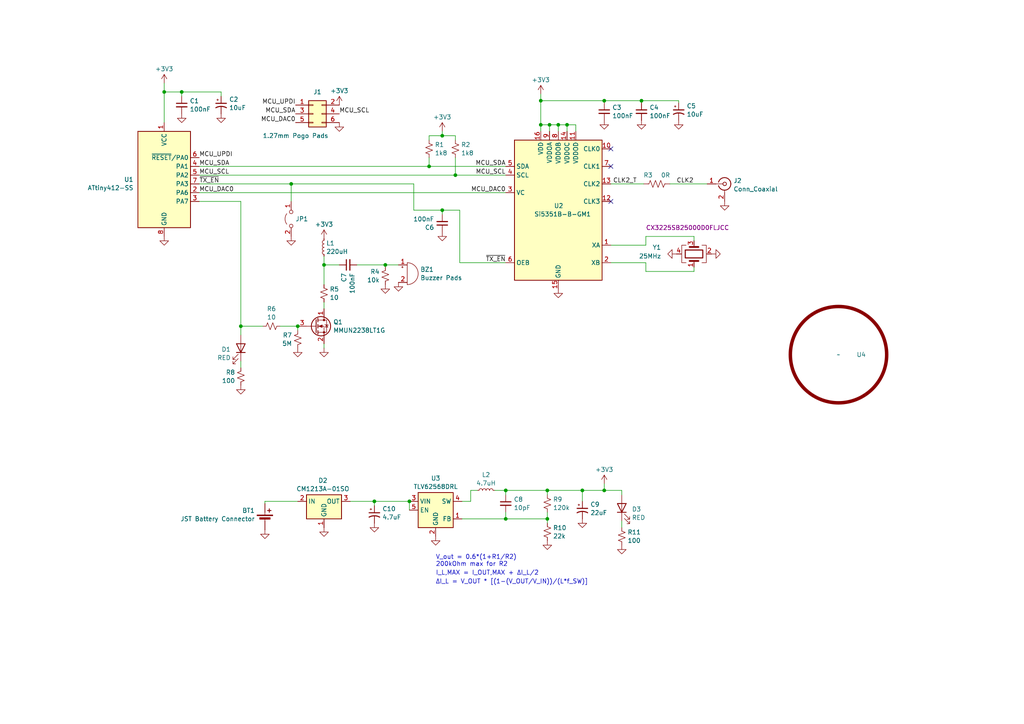
<source format=kicad_sch>
(kicad_sch (version 20231120) (generator "eeschema") (generator_version "8.0")
  (paper "A4")
  (lib_symbols
    (symbol "Connector:Conn_Coaxial" (pin_names (offset 1.016) hide)
      (property "Reference" "J" (at 0.254 3.048 0))
      (property "Value" "Conn_Coaxial" (at 2.921 0 90))
      (symbol "Conn_Coaxial_0_1"
        (arc (start -1.778 -0.508) (mid 0.2311 -1.8066) (end 1.778 0) (stroke (width 0.254)))
        (polyline (pts (xy -2.54 0) (xy -0.508 0)))
        (polyline (pts (xy 0 -2.54) (xy 0 -1.778)))
        (circle (center 0 0) (radius 0.508) (stroke (width 0.2032)))
        (arc (start 1.778 0) (mid 0.2099 1.8101) (end -1.778 0.508) (stroke (width 0.254)))
      )
      (symbol "Conn_Coaxial_1_1"
        (pin passive line (at -5.08 0 0) (length 2.54) (name "In") (number "1"))
        (pin passive line (at 0 -5.08 90) (length 2.54) (name "Ext") (number "2"))
      )
    )
    (symbol "Connector_Generic:Conn_02x03_Odd_Even" (pin_names (offset 1.016) hide)
      (property "Reference" "J" (at 1.27 5.08 0))
      (property "Value" "Conn_02x03_Odd_Even" (at 1.27 -5.08 0))
      (symbol "Conn_02x03_Odd_Even_1_1"
        (rectangle (start -1.27 -2.413) (end 0 -2.667) (stroke (width 0.1524)))
        (rectangle (start -1.27 0.127) (end 0 -0.127) (stroke (width 0.1524)))
        (rectangle (start -1.27 2.667) (end 0 2.413) (stroke (width 0.1524)))
        (rectangle (start -1.27 3.81) (end 3.81 -3.81) (stroke (width 0.254)) (fill (type background)))
        (rectangle (start 3.81 -2.413) (end 2.54 -2.667) (stroke (width 0.1524)))
        (rectangle (start 3.81 0.127) (end 2.54 -0.127) (stroke (width 0.1524)))
        (rectangle (start 3.81 2.667) (end 2.54 2.413) (stroke (width 0.1524)))
        (pin passive line (at -5.08 2.54 0) (length 3.81) (name "Pin_1") (number "1"))
        (pin passive line (at 7.62 2.54 180) (length 3.81) (name "Pin_2") (number "2"))
        (pin passive line (at -5.08 0 0) (length 3.81) (name "Pin_3") (number "3"))
        (pin passive line (at 7.62 0 180) (length 3.81) (name "Pin_4") (number "4"))
        (pin passive line (at -5.08 -2.54 0) (length 3.81) (name "Pin_5") (number "5"))
        (pin passive line (at 7.62 -2.54 180) (length 3.81) (name "Pin_6") (number "6"))
      )
    )
    (symbol "Device:Battery_Cell" (pin_numbers hide) (pin_names (offset 0) hide)
      (property "Reference" "BT" (at 2.54 2.54 0))
      (property "Value" "Battery_Cell" (at 2.54 0 0))
      (symbol "Battery_Cell_0_1"
        (rectangle (start -2.286 1.778) (end 2.286 1.524) (fill (type outline)))
        (rectangle (start -1.524 1.016) (end 1.524 0.508) (fill (type outline)))
        (polyline (pts (xy 0 0.762) (xy 0 0)))
        (polyline (pts (xy 0 1.778) (xy 0 2.54)))
        (polyline (pts (xy 0.762 3.048) (xy 1.778 3.048)) (stroke (width 0.254)))
        (polyline (pts (xy 1.27 3.556) (xy 1.27 2.54)) (stroke (width 0.254)))
      )
      (symbol "Battery_Cell_1_1"
        (pin passive line (at 0 5.08 270) (length 2.54) (name "+") (number "1"))
        (pin passive line (at 0 -2.54 90) (length 2.54) (name "-") (number "2"))
      )
    )
    (symbol "Device:Buzzer" (pin_names (offset 0.0254) hide)
      (property "Reference" "BZ" (at 3.81 1.27 0))
      (property "Value" "Buzzer" (at 3.81 -1.27 0))
      (symbol "Buzzer_0_1"
        (arc (start 0 -3.175) (mid 3.1612 0) (end 0 3.175))
        (polyline (pts (xy -1.651 1.905) (xy -1.143 1.905)))
        (polyline (pts (xy -1.397 2.159) (xy -1.397 1.651)))
        (polyline (pts (xy 0 3.175) (xy 0 -3.175)))
      )
      (symbol "Buzzer_1_1"
        (pin passive line (at -2.54 2.54 0) (length 2.54) (name "+") (number "1"))
        (pin passive line (at -2.54 -2.54 0) (length 2.54) (name "-") (number "2"))
      )
    )
    (symbol "Device:C_Polarized_Small_US" (pin_numbers hide) (pin_names (offset 0.254) hide)
      (property "Reference" "C" (at 0.254 1.778 0))
      (property "Value" "C_Polarized_Small_US" (at 0.254 -2.032 0))
      (symbol "C_Polarized_Small_US_0_1"
        (polyline (pts (xy -1.524 0.508) (xy 1.524 0.508)) (stroke (width 0.3048)))
        (polyline (pts (xy -1.27 1.524) (xy -0.762 1.524)))
        (polyline (pts (xy -1.016 1.27) (xy -1.016 1.778)))
        (arc (start 1.524 -0.762) (mid 0 -0.3734) (end -1.524 -0.762) (stroke (width 0.3048)))
      )
      (symbol "C_Polarized_Small_US_1_1"
        (pin passive line (at 0 2.54 270) (length 2.032) (name "~") (number "1"))
        (pin passive line (at 0 -2.54 90) (length 2.032) (name "~") (number "2"))
      )
    )
    (symbol "Device:C_Small" (pin_numbers hide) (pin_names (offset 0.254) hide)
      (property "Reference" "C" (at 0.254 1.778 0))
      (property "Value" "C_Small" (at 0.254 -2.032 0))
      (symbol "C_Small_0_1"
        (polyline (pts (xy -1.524 -0.508) (xy 1.524 -0.508)) (stroke (width 0.3302)))
        (polyline (pts (xy -1.524 0.508) (xy 1.524 0.508)) (stroke (width 0.3048)))
      )
      (symbol "C_Small_1_1"
        (pin passive line (at 0 2.54 270) (length 2.032) (name "~") (number "1"))
        (pin passive line (at 0 -2.54 90) (length 2.032) (name "~") (number "2"))
      )
    )
    (symbol "Device:Crystal_GND24" (pin_names (offset 1.016) hide)
      (property "Reference" "Y" (at 3.175 5.08 0))
      (property "Value" "Crystal_GND24" (at 3.175 3.175 0))
      (symbol "Crystal_GND24_0_1"
        (rectangle (start -1.143 2.54) (end 1.143 -2.54) (stroke (width 0.3048)))
        (polyline (pts (xy -2.54 0) (xy -2.032 0)))
        (polyline (pts (xy -2.032 -1.27) (xy -2.032 1.27)) (stroke (width 0.508)))
        (polyline (pts (xy 0 -3.81) (xy 0 -3.556)))
        (polyline (pts (xy 0 3.556) (xy 0 3.81)))
        (polyline (pts (xy 2.032 -1.27) (xy 2.032 1.27)) (stroke (width 0.508)))
        (polyline (pts (xy 2.032 0) (xy 2.54 0)))
        (polyline (pts (xy -2.54 -2.286) (xy -2.54 -3.556) (xy 2.54 -3.556) (xy 2.54 -2.286)))
        (polyline (pts (xy -2.54 2.286) (xy -2.54 3.556) (xy 2.54 3.556) (xy 2.54 2.286)))
      )
      (symbol "Crystal_GND24_1_1"
        (pin passive line (at -3.81 0 0) (length 1.27) (name "1") (number "1"))
        (pin passive line (at 0 5.08 270) (length 1.27) (name "2") (number "2"))
        (pin passive line (at 3.81 0 180) (length 1.27) (name "3") (number "3"))
        (pin passive line (at 0 -5.08 90) (length 1.27) (name "4") (number "4"))
      )
    )
    (symbol "Device:LED" (pin_numbers hide) (pin_names (offset 1.016) hide)
      (property "Reference" "D" (at 0 2.54 0))
      (property "Value" "LED" (at 0 -2.54 0))
      (symbol "LED_0_1"
        (polyline (pts (xy -1.27 -1.27) (xy -1.27 1.27)) (stroke (width 0.254)))
        (polyline (pts (xy -1.27 0) (xy 1.27 0)))
        (polyline (pts (xy 1.27 -1.27) (xy 1.27 1.27) (xy -1.27 0) (xy 1.27 -1.27)) (stroke (width 0.254)))
        (polyline (pts (xy -3.048 -0.762) (xy -4.572 -2.286) (xy -3.81 -2.286) (xy -4.572 -2.286) (xy -4.572 -1.524)))
        (polyline (pts (xy -1.778 -0.762) (xy -3.302 -2.286) (xy -2.54 -2.286) (xy -3.302 -2.286) (xy -3.302 -1.524)))
      )
      (symbol "LED_1_1"
        (pin passive line (at -3.81 0 0) (length 2.54) (name "K") (number "1"))
        (pin passive line (at 3.81 0 180) (length 2.54) (name "A") (number "2"))
      )
    )
    (symbol "Device:L_Small" (pin_numbers hide) (pin_names (offset 0.254) hide)
      (property "Reference" "L" (at 0.762 1.016 0))
      (property "Value" "L_Small" (at 0.762 -1.016 0))
      (symbol "L_Small_0_1"
        (arc (start 0 -2.032) (mid 0.5058 -1.524) (end 0 -1.016))
        (arc (start 0 -1.016) (mid 0.5058 -0.508) (end 0 0))
        (arc (start 0 0) (mid 0.5058 0.508) (end 0 1.016))
        (arc (start 0 1.016) (mid 0.5058 1.524) (end 0 2.032))
      )
      (symbol "L_Small_1_1"
        (pin passive line (at 0 2.54 270) (length 0.508) (name "~") (number "1"))
        (pin passive line (at 0 -2.54 90) (length 0.508) (name "~") (number "2"))
      )
    )
    (symbol "Device:Q_NMOS_DSG" (pin_names (offset 0) hide)
      (property "Reference" "Q" (at 5.08 1.27 0))
      (property "Value" "Q_NMOS_DSG" (at 5.08 -1.27 0))
      (symbol "Q_NMOS_DSG_0_1"
        (polyline (pts (xy 0.254 0) (xy -2.54 0)))
        (polyline (pts (xy 0.254 1.905) (xy 0.254 -1.905)) (stroke (width 0.254)))
        (polyline (pts (xy 0.762 -1.27) (xy 0.762 -2.286)) (stroke (width 0.254)))
        (polyline (pts (xy 0.762 0.508) (xy 0.762 -0.508)) (stroke (width 0.254)))
        (polyline (pts (xy 0.762 2.286) (xy 0.762 1.27)) (stroke (width 0.254)))
        (polyline (pts (xy 2.54 2.54) (xy 2.54 1.778)))
        (polyline (pts (xy 2.54 -2.54) (xy 2.54 0) (xy 0.762 0)))
        (polyline (pts (xy 0.762 -1.778) (xy 3.302 -1.778) (xy 3.302 1.778) (xy 0.762 1.778)))
        (polyline (pts (xy 1.016 0) (xy 2.032 0.381) (xy 2.032 -0.381) (xy 1.016 0)) (fill (type outline)))
        (polyline (pts (xy 2.794 0.508) (xy 2.921 0.381) (xy 3.683 0.381) (xy 3.81 0.254)))
        (polyline (pts (xy 3.302 0.381) (xy 2.921 -0.254) (xy 3.683 -0.254) (xy 3.302 0.381)))
        (circle (center 1.651 0) (radius 2.794) (stroke (width 0.254)))
        (circle (center 2.54 -1.778) (radius 0.254) (fill (type outline)))
        (circle (center 2.54 1.778) (radius 0.254) (fill (type outline)))
      )
      (symbol "Q_NMOS_DSG_1_1"
        (pin passive line (at 2.54 5.08 270) (length 2.54) (name "D") (number "1"))
        (pin passive line (at 2.54 -5.08 90) (length 2.54) (name "S") (number "2"))
        (pin input line (at -5.08 0 0) (length 2.54) (name "G") (number "3"))
      )
    )
    (symbol "Device:R_Small_US" (pin_numbers hide) (pin_names (offset 0.254) hide)
      (property "Reference" "R" (at 0.762 0.508 0))
      (property "Value" "R_Small_US" (at 0.762 -1.016 0))
      (symbol "R_Small_US_1_1"
        (polyline (pts (xy 0 0) (xy 1.016 -0.381) (xy 0 -0.762) (xy -1.016 -1.143) (xy 0 -1.524)))
        (polyline (pts (xy 0 1.524) (xy 1.016 1.143) (xy 0 0.762) (xy -1.016 0.381) (xy 0 0)))
        (pin passive line (at 0 2.54 270) (length 1.016) (name "~") (number "1"))
        (pin passive line (at 0 -2.54 90) (length 1.016) (name "~") (number "2"))
      )
    )
    (symbol "Device:R_US" (pin_numbers hide) (pin_names (offset 0))
      (property "Reference" "R" (at 2.54 0 90))
      (property "Value" "R_US" (at -2.54 0 90))
      (symbol "R_US_0_1"
        (polyline (pts (xy 0 -2.286) (xy 0 -2.54)))
        (polyline (pts (xy 0 2.286) (xy 0 2.54)))
        (polyline (pts (xy 0 -0.762) (xy 1.016 -1.143) (xy 0 -1.524) (xy -1.016 -1.905) (xy 0 -2.286)))
        (polyline (pts (xy 0 0.762) (xy 1.016 0.381) (xy 0 0) (xy -1.016 -0.381) (xy 0 -0.762)))
        (polyline (pts (xy 0 2.286) (xy 1.016 1.905) (xy 0 1.524) (xy -1.016 1.143) (xy 0 0.762)))
      )
      (symbol "R_US_1_1"
        (pin passive line (at 0 3.81 270) (length 1.27) (name "~") (number "1"))
        (pin passive line (at 0 -3.81 90) (length 1.27) (name "~") (number "2"))
      )
    )
    (symbol "Jumper:Jumper_2_Open" (pin_names (offset 0) hide)
      (property "Reference" "JP" (at 0 2.794 0))
      (property "Value" "Jumper_2_Open" (at 0 -2.286 0))
      (symbol "Jumper_2_Open_0_0"
        (circle (center -2.032 0) (radius 0.508))
        (circle (center 2.032 0) (radius 0.508))
      )
      (symbol "Jumper_2_Open_0_1"
        (arc (start 1.524 1.27) (mid 0 1.778) (end -1.524 1.27))
      )
      (symbol "Jumper_2_Open_1_1"
        (pin passive line (at -5.08 0 0) (length 2.54) (name "A") (number "1"))
        (pin passive line (at 5.08 0 180) (length 2.54) (name "B") (number "2"))
      )
    )
    (symbol "MCU_Microchip_ATtiny:ATtiny412-SS"
      (property "Reference" "U1" (at -13.462 -0.0579 0))
      (property "Value" "ATtiny412-SS" (at -13.462 -2.4821 0))
      (symbol "ATtiny412-SS_0_1"
        (rectangle (start -2.54 13.97) (end 12.7 -13.97) (stroke (width 0.254)) (fill (type background)))
      )
      (symbol "ATtiny412-SS_1_1"
        (pin power_in line (at 5.08 16.51 270) (length 2.54) (name "VCC") (number "1"))
        (pin bidirectional line (at 15.24 -3.81 180) (length 2.54) (name "PA6") (number "2"))
        (pin bidirectional line (at 15.24 -6.35 180) (length 2.54) (name "PA7") (number "3"))
        (pin bidirectional line (at 15.24 3.81 180) (length 2.54) (name "PA1") (number "4"))
        (pin bidirectional line (at 15.24 1.27 180) (length 2.54) (name "PA2") (number "5"))
        (pin bidirectional line (at 15.24 6.35 180) (length 2.54) (name "~{RESET}/PA0") (number "6"))
        (pin bidirectional line (at 15.24 -1.27 180) (length 2.54) (name "PA3") (number "7"))
        (pin power_in line (at 5.08 -16.51 90) (length 2.54) (name "GND") (number "8"))
      )
    )
    (symbol "Power_Protection:CM1213A-01SO"
      (property "Reference" "D3" (at -0.3175 6.0493 0))
      (property "Value" "CM1213A-01SO" (at -0.3175 3.6251 0))
      (symbol "CM1213A-01SO_0_1"
        (rectangle (start -5.08 1.905) (end 5.08 -5.08) (stroke (width 0.254)) (fill (type background)))
      )
      (symbol "CM1213A-01SO_1_1"
        (pin passive line (at 0 -7.62 90) (length 2.54) (name "GND") (number "1"))
        (pin passive line (at -7.62 0 0) (length 2.54) (name "IN") (number "2"))
        (pin passive line (at 7.62 0 180) (length 2.54) (name "OUT") (number "3"))
      )
    )
    (symbol "Regulator_Switching:TLV62568DRL"
      (property "Reference" "U3" (at 0 9.2243 0))
      (property "Value" "TLV62568DRL" (at 0 6.8001 0))
      (symbol "TLV62568DRL_0_1"
        (rectangle (start -5.08 5.08) (end 5.08 -5.08) (stroke (width 0.254)) (fill (type background)))
      )
      (symbol "TLV62568DRL_1_1"
        (pin input line (at 7.62 -2.54 180) (length 2.54) (name "FB") (number "1"))
        (pin power_in line (at 0 -7.62 90) (length 2.54) (name "GND") (number "2"))
        (pin power_in line (at -7.62 2.54 0) (length 2.54) (name "VIN") (number "3"))
        (pin power_out line (at 7.62 2.54 180) (length 2.54) (name "SW") (number "4"))
        (pin input line (at -7.62 0 0) (length 2.54) (name "EN") (number "5"))
        (pin no_connect line (at 5.08 -2.54 180) (length 2.54) hide (name "NC") (number "6"))
      )
    )
    (symbol "library:Case"
      (property "Reference" "U" (at 0 0 0))
      (symbol "Case_1_1"
        (circle (center 0 0) (radius 13.97) (stroke (width 1)))
      )
    )
    (symbol "library:Si5351B-B-GM1"
      (property "Reference" "U2" (at -1.27 1.27 0))
      (property "Value" "Si5351B-B-GM1" (at -6.985 -1.1542 0))
      (symbol "Si5351B-B-GM1_1_1"
        (rectangle (start -12.7 20.32) (end 12.7 -20.32) (stroke (width 0.254)) (fill (type background)))
        (pin input line (at 15.24 -10.16 180) (length 2.54) (name "XA") (number "1"))
        (pin output line (at 15.24 17.78 180) (length 2.54) (name "CLK0") (number "10"))
        (pin power_in line (at 5.08 22.86 270) (length 2.54) (name "VDDOD") (number "11"))
        (pin output line (at 15.24 2.54 180) (length 2.54) (name "CLK3") (number "12"))
        (pin output line (at 15.24 7.62 180) (length 2.54) (name "CLK2") (number "13"))
        (pin power_in line (at 2.54 22.86 270) (length 2.54) (name "VDDOC") (number "14"))
        (pin power_in line (at 0 -22.86 90) (length 2.54) (name "GND") (number "15"))
        (pin power_in line (at -5.08 22.86 270) (length 2.54) (name "VDD") (number "16"))
        (pin input line (at 15.24 -15.24 180) (length 2.54) (name "XB") (number "2"))
        (pin input line (at -15.24 5.08 0) (length 2.54) (name "VC") (number "3"))
        (pin input line (at -15.24 10.16 0) (length 2.54) (name "SCL") (number "4"))
        (pin bidirectional line (at -15.24 12.7 0) (length 2.54) (name "SDA") (number "5"))
        (pin input line (at -15.24 -15.24 0) (length 2.54) (name "OEB") (number "6"))
        (pin output line (at 15.24 12.7 180) (length 2.54) (name "CLK1") (number "7"))
        (pin power_in line (at 0 22.86 270) (length 2.54) (name "VDDOB") (number "8"))
        (pin power_in line (at -2.54 22.86 270) (length 2.54) (name "VDDOA") (number "9"))
      )
    )
    (symbol "power:+3V3" (power) (pin_names (offset 0))
      (property "Value" "+3V3" (at 0 3.556 0))
      (symbol "+3V3_0_1"
        (polyline (pts (xy -0.762 1.27) (xy 0 2.54)))
        (polyline (pts (xy 0 0) (xy 0 2.54)))
        (polyline (pts (xy 0 2.54) (xy 0.762 1.27)))
      )
      (symbol "+3V3_1_1"
        (pin power_in line (at 0 0 90) (length 0) hide (name "+3V3") (number "1"))
      )
    )
    (symbol "power:GND" (power) (pin_names (offset 0))
      (property "Value" "GND" (at 0 -3.81 0))
      (symbol "GND_0_1"
        (polyline (pts (xy 0 0) (xy 0 -1.27) (xy 1.27 -1.27) (xy 0 -2.54) (xy -1.27 -1.27) (xy 0 -1.27)))
      )
      (symbol "GND_1_1"
        (pin power_in line (at 0 0 270) (length 0) hide (name "GND") (number "1"))
      )
    )
  )
  (junction (at 128.27 60.96))
  (junction (at 52.705 26.67))
  (junction (at 132.08 50.8))
  (junction (at 118.745 145.415))
  (junction (at 146.685 150.495))
  (junction (at 159.385 36.195))
  (junction (at 124.46 48.26))
  (junction (at 111.76 76.835))
  (junction (at 69.85 94.615))
  (junction (at 164.465 36.195))
  (junction (at 175.26 142.24))
  (junction (at 86.36 94.615))
  (junction (at 168.91 142.24))
  (junction (at 161.925 36.195))
  (junction (at 108.585 145.415))
  (junction (at 186.055 29.21))
  (junction (at 47.625 26.67))
  (junction (at 158.75 150.495))
  (junction (at 84.455 53.34))
  (junction (at 175.26 29.21))
  (junction (at 93.98 76.835))
  (junction (at 146.685 142.24))
  (junction (at 158.75 142.24))
  (junction (at 156.845 29.21))
  (junction (at 156.845 36.195))
  (junction (at 128.27 39.37))
  (no_connect (at 177.165 48.26))
  (no_connect (at 177.165 43.18))
  (no_connect (at 177.165 58.42))
  (wire (pts (xy 187.325 76.2) (xy 177.165 76.2)))
  (wire (pts (xy 186.055 29.845) (xy 186.055 29.21)))
  (wire (pts (xy 158.75 142.24) (xy 158.75 143.51)))
  (wire (pts (xy 180.34 142.24) (xy 175.26 142.24)))
  (wire (pts (xy 167.005 36.195) (xy 164.465 36.195)))
  (wire (pts (xy 120.015 60.96) (xy 120.015 53.34)))
  (wire (pts (xy 76.835 145.415) (xy 86.36 145.415)))
  (wire (pts (xy 52.705 26.67) (xy 64.135 26.67)))
  (wire (pts (xy 196.85 29.21) (xy 196.85 29.845)))
  (wire (pts (xy 52.705 27.94) (xy 52.705 26.67)))
  (wire (pts (xy 93.98 99.695) (xy 93.98 100.965)))
  (wire (pts (xy 175.26 29.21) (xy 186.055 29.21)))
  (wire (pts (xy 47.625 24.13) (xy 47.625 26.67)))
  (wire (pts (xy 146.685 148.59) (xy 146.685 150.495)))
  (wire (pts (xy 164.465 36.195) (xy 161.925 36.195)))
  (wire (pts (xy 175.26 140.335) (xy 175.26 142.24)))
  (wire (pts (xy 161.925 36.195) (xy 161.925 38.1)))
  (wire (pts (xy 133.985 150.495) (xy 146.685 150.495)))
  (wire (pts (xy 156.845 29.21) (xy 156.845 36.195)))
  (wire (pts (xy 128.27 60.96) (xy 128.27 62.23)))
  (wire (pts (xy 93.98 76.835) (xy 93.98 82.55)))
  (wire (pts (xy 136.525 142.24) (xy 138.43 142.24)))
  (wire (pts (xy 133.35 76.2) (xy 133.35 60.96)))
  (wire (pts (xy 93.98 76.835) (xy 98.425 76.835)))
  (wire (pts (xy 69.85 58.42) (xy 57.785 58.42)))
  (wire (pts (xy 159.385 38.1) (xy 159.385 36.195)))
  (wire (pts (xy 175.26 29.845) (xy 175.26 29.21)))
  (wire (pts (xy 180.34 151.13) (xy 180.34 153.035)))
  (wire (pts (xy 187.325 71.12) (xy 177.165 71.12)))
  (wire (pts (xy 201.295 78.74) (xy 201.295 77.47)))
  (wire (pts (xy 158.75 150.495) (xy 158.75 148.59)))
  (wire (pts (xy 164.465 36.195) (xy 164.465 38.1)))
  (wire (pts (xy 93.98 74.295) (xy 93.98 76.835)))
  (wire (pts (xy 146.685 150.495) (xy 158.75 150.495)))
  (wire (pts (xy 101.6 145.415) (xy 108.585 145.415)))
  (wire (pts (xy 124.46 45.72) (xy 124.46 48.26)))
  (wire (pts (xy 194.31 53.34) (xy 205.105 53.34)))
  (wire (pts (xy 69.85 104.775) (xy 69.85 106.68)))
  (wire (pts (xy 128.27 39.37) (xy 124.46 39.37)))
  (wire (pts (xy 196.85 29.21) (xy 186.055 29.21)))
  (wire (pts (xy 167.005 38.1) (xy 167.005 36.195)))
  (wire (pts (xy 108.585 145.415) (xy 118.745 145.415)))
  (wire (pts (xy 175.26 29.21) (xy 156.845 29.21)))
  (wire (pts (xy 146.685 142.24) (xy 146.685 143.51)))
  (wire (pts (xy 124.46 39.37) (xy 124.46 40.64)))
  (wire (pts (xy 128.27 60.96) (xy 120.015 60.96)))
  (wire (pts (xy 69.85 94.615) (xy 76.2 94.615)))
  (wire (pts (xy 124.46 48.26) (xy 146.685 48.26)))
  (wire (pts (xy 201.295 69.85) (xy 201.295 68.58)))
  (wire (pts (xy 76.835 146.05) (xy 76.835 145.415)))
  (wire (pts (xy 146.685 142.24) (xy 158.75 142.24)))
  (wire (pts (xy 201.295 68.58) (xy 187.325 68.58)))
  (wire (pts (xy 57.785 55.88) (xy 146.685 55.88)))
  (wire (pts (xy 187.325 76.2) (xy 187.325 78.74)))
  (wire (pts (xy 111.76 77.47) (xy 111.76 76.835)))
  (wire (pts (xy 81.28 94.615) (xy 86.36 94.615)))
  (wire (pts (xy 175.26 142.24) (xy 168.91 142.24)))
  (wire (pts (xy 84.455 53.34) (xy 57.785 53.34)))
  (wire (pts (xy 133.35 60.96) (xy 128.27 60.96)))
  (wire (pts (xy 128.27 38.1) (xy 128.27 39.37)))
  (wire (pts (xy 132.08 45.72) (xy 132.08 50.8)))
  (wire (pts (xy 69.85 94.615) (xy 69.85 97.155)))
  (wire (pts (xy 111.76 76.835) (xy 115.57 76.835)))
  (wire (pts (xy 177.165 53.34) (xy 186.69 53.34)))
  (wire (pts (xy 156.845 36.195) (xy 156.845 38.1)))
  (wire (pts (xy 120.015 53.34) (xy 84.455 53.34)))
  (wire (pts (xy 168.91 142.24) (xy 158.75 142.24)))
  (wire (pts (xy 69.85 94.615) (xy 69.85 58.42)))
  (wire (pts (xy 158.75 151.765) (xy 158.75 150.495)))
  (wire (pts (xy 187.325 78.74) (xy 201.295 78.74)))
  (wire (pts (xy 86.36 94.615) (xy 86.36 95.885)))
  (wire (pts (xy 187.325 68.58) (xy 187.325 71.12)))
  (wire (pts (xy 93.98 89.535) (xy 93.98 87.63)))
  (wire (pts (xy 136.525 142.24) (xy 136.525 145.415)))
  (wire (pts (xy 146.685 76.2) (xy 133.35 76.2)))
  (wire (pts (xy 159.385 36.195) (xy 156.845 36.195)))
  (wire (pts (xy 118.745 145.415) (xy 118.745 147.955)))
  (wire (pts (xy 57.785 50.8) (xy 132.08 50.8)))
  (wire (pts (xy 132.08 50.8) (xy 146.685 50.8)))
  (wire (pts (xy 84.455 53.34) (xy 84.455 58.42)))
  (wire (pts (xy 156.845 29.21) (xy 156.845 27.305)))
  (wire (pts (xy 161.925 36.195) (xy 159.385 36.195)))
  (wire (pts (xy 47.625 26.67) (xy 47.625 35.56)))
  (wire (pts (xy 103.505 76.835) (xy 111.76 76.835)))
  (wire (pts (xy 136.525 145.415) (xy 133.985 145.415)))
  (wire (pts (xy 64.135 26.67) (xy 64.135 27.94)))
  (wire (pts (xy 132.08 40.64) (xy 132.08 39.37)))
  (wire (pts (xy 47.625 26.67) (xy 52.705 26.67)))
  (wire (pts (xy 143.51 142.24) (xy 146.685 142.24)))
  (wire (pts (xy 180.34 143.51) (xy 180.34 142.24)))
  (wire (pts (xy 57.785 48.26) (xy 124.46 48.26)))
  (wire (pts (xy 168.91 145.415) (xy 168.91 142.24)))
  (wire (pts (xy 132.08 39.37) (xy 128.27 39.37)))
  (wire (pts (xy 108.585 146.685) (xy 108.585 145.415)))
  (text "V_out = 0.6*(1+R1/R2)\n200kOhm max for R2" (at 126.365 164.465 0) (effects (font (size 1.27 1.27)) (justify left bottom)))
  (text "ΔI_L = V_OUT * [(1-(V_OUT/V_IN))/(L*f_SW)]" (at 126.365 169.545 0) (effects (font (size 1.27 1.27)) (justify left bottom)))
  (text "I_L,MAX = I_OUT,MAX + ΔI_L/2" (at 126.365 167.005 0) (effects (font (size 1.27 1.27)) (justify left bottom)))
  (label "CLK2_T" (at 177.8 53.34 0))
  (label "MCU_UPDI" (at 57.785 45.72 0))
  (label "MCU_DAC0" (at 85.725 35.56 180))
  (label "MCU_SCL" (at 98.425 33.02 0))
  (label "MCU_SCL" (at 146.685 50.8 180))
  (label "~{TX_EN}" (at 57.785 53.34 0))
  (label "~{TX_EN}" (at 146.685 76.2 180))
  (label "MCU_SDA" (at 85.725 33.02 180))
  (label "CLK2" (at 196.215 53.34 0))
  (label "MCU_DAC0" (at 146.685 55.88 180))
  (label "MCU_SDA" (at 146.685 48.26 180))
  (label "MCU_DAC0" (at 57.785 55.88 0))
  (label "MCU_SCL" (at 57.785 50.8 0))
  (label "MCU_UPDI" (at 85.725 30.48 180))
  (label "MCU_SDA" (at 57.785 48.26 0))
  (symbol (lib_id "power:GND") (at 111.76 82.55 0) (mirror y) (unit 1)
    (property "Reference" "#PWR019" (effects (hide yes)))
    (property "Value" "GND" (effects (hide yes)))
  )
  (symbol (lib_id "Device:R_Small_US") (at 93.98 85.09 180) (unit 1)
    (property "Reference" "R5" (at 95.631 83.8779 0) (effects (justify right)))
    (property "Value" "10" (at 95.631 86.3021 0) (effects (justify right)))
    (property "Footprint" "Resistor_SMD:R_0402_1005Metric" (effects (hide yes)))
  )
  (symbol (lib_id "Device:C_Polarized_Small_US") (at 64.135 30.48 0) (unit 1)
    (property "Reference" "C2" (at 66.4464 28.8361 0) (effects (justify left)))
    (property "Value" "10uF" (at 66.4464 31.2603 0) (effects (justify left)))
    (property "Footprint" "Resistor_SMD:R_0402_1005Metric" (effects (hide yes)))
  )
  (symbol (lib_id "power:GND") (at 210.185 58.42 0) (mirror y) (unit 1)
    (property "Reference" "#PWR011" (effects (hide yes)))
    (property "Value" "GND" (effects (hide yes)))
  )
  (symbol (lib_id "power:GND") (at 175.26 34.925 0) (unit 1)
    (property "Reference" "#PWR06" (effects (hide yes)))
    (property "Value" "GND" (effects (hide yes)))
  )
  (symbol (lib_id "Device:R_Small_US") (at 111.76 80.01 0) (mirror y) (unit 1)
    (property "Reference" "R4" (at 110.109 78.7979 0) (effects (justify left)))
    (property "Value" "10k" (at 110.109 81.2221 0) (effects (justify left)))
    (property "Footprint" "Resistor_SMD:R_0402_1005Metric" (effects (hide yes)))
  )
  (symbol (lib_id "power:+3V3") (at 47.625 24.13 0) (unit 1)
    (property "Reference" "#PWR01" (effects (hide yes)))
    (property "Value" "+3V3" (at 47.625 19.9969 0))
  )
  (symbol (lib_id "power:GND") (at 186.055 34.925 0) (unit 1)
    (property "Reference" "#PWR07" (effects (hide yes)))
    (property "Value" "GND" (effects (hide yes)))
  )
  (symbol (lib_id "power:GND") (at 47.625 68.58 0) (mirror y) (unit 1)
    (property "Reference" "#PWR013" (effects (hide yes)))
    (property "Value" "GND" (effects (hide yes)))
  )
  (symbol (lib_id "power:+3V3") (at 156.845 27.305 0) (unit 1)
    (property "Reference" "#PWR02" (effects (hide yes)))
    (property "Value" "+3V3" (at 156.845 23.1719 0))
  )
  (symbol (lib_id "Device:R_Small_US") (at 180.34 155.575 0) (unit 1)
    (property "Reference" "R11" (at 181.991 154.3629 0) (effects (justify left)))
    (property "Value" "100" (at 181.991 156.7871 0) (effects (justify left)))
    (property "Footprint" "Resistor_SMD:R_0402_1005Metric" (effects (hide yes)))
  )
  (symbol (lib_id "Device:C_Small") (at 128.27 64.77 180) (unit 1)
    (property "Reference" "C6" (at 125.9459 65.9758 0) (effects (justify left)))
    (property "Value" "100nF" (at 125.9459 63.5516 0) (effects (justify left)))
    (property "Footprint" "Resistor_SMD:R_0402_1005Metric" (effects (hide yes)))
  )
  (symbol (lib_id "power:+3V3") (at 93.98 69.215 0) (unit 1)
    (property "Reference" "#PWR015" (effects (hide yes)))
    (property "Value" "+3V3" (at 93.98 65.0819 0))
  )
  (symbol (lib_id "power:GND") (at 196.215 73.66 270) (mirror x) (unit 1)
    (property "Reference" "#PWR016" (effects (hide yes)))
    (property "Value" "GND" (effects (hide yes)))
  )
  (symbol (lib_id "power:GND") (at 93.98 100.965 0) (mirror y) (unit 1)
    (property "Reference" "#PWR022" (effects (hide yes)))
    (property "Value" "GND" (effects (hide yes)))
  )
  (symbol (lib_id "power:GND") (at 161.925 83.82 0) (mirror y) (unit 1)
    (property "Reference" "#PWR020" (effects (hide yes)))
    (property "Value" "GND" (effects (hide yes)))
  )
  (symbol (lib_id "library:Case") (at 243.205 102.87 0) (unit 1)
    (property "Reference" "U4" (at 248.4191 102.87 0) (effects (justify left)))
    (property "Value" "~" (at 243.205 102.87 0))
    (property "Footprint" "Library:Case" (effects (hide yes)))
  )
  (symbol (lib_id "Device:C_Polarized_Small_US") (at 108.585 149.225 0) (unit 1)
    (property "Reference" "C10" (at 110.8964 147.5811 0) (effects (justify left)))
    (property "Value" "4.7uF" (at 110.8964 150.0053 0) (effects (justify left)))
    (property "Footprint" "Resistor_SMD:R_0402_1005Metric" (effects (hide yes)))
  )
  (symbol (lib_id "Device:LED") (at 180.34 147.32 90) (unit 1)
    (property "Reference" "D3" (at 183.261 147.6954 90) (effects (justify right)))
    (property "Value" "RED" (at 183.261 150.1196 90) (effects (justify right)))
    (property "Footprint" "LED_SMD:LED_0402_1005Metric" (effects (hide yes)))
  )
  (symbol (lib_id "Device:C_Small") (at 52.705 30.48 0) (unit 1)
    (property "Reference" "C1" (at 55.0291 29.2742 0) (effects (justify left)))
    (property "Value" "100nF" (at 55.0291 31.6984 0) (effects (justify left)))
    (property "Footprint" "Resistor_SMD:R_0402_1005Metric" (effects (hide yes)))
  )
  (symbol (lib_id "power:+3V3") (at 128.27 38.1 0) (unit 1)
    (property "Reference" "#PWR010" (effects (hide yes)))
    (property "Value" "+3V3" (at 128.27 33.9669 0))
  )
  (symbol (lib_id "power:GND") (at 64.135 33.02 0) (mirror y) (unit 1)
    (property "Reference" "#PWR05" (effects (hide yes)))
    (property "Value" "GND" (effects (hide yes)))
  )
  (symbol (lib_id "Device:R_Small_US") (at 132.08 43.18 0) (unit 1)
    (property "Reference" "R2" (at 133.731 41.9679 0) (effects (justify left)))
    (property "Value" "1k8" (at 133.731 44.3921 0) (effects (justify left)))
    (property "Footprint" "Resistor_SMD:R_0402_1005Metric" (effects (hide yes)))
  )
  (symbol (lib_id "power:GND") (at 98.425 35.56 0) (unit 1)
    (property "Reference" "#PWR09" (effects (hide yes)))
    (property "Value" "GND" (effects (hide yes)))
  )
  (symbol (lib_id "power:GND") (at 180.34 158.115 0) (mirror y) (unit 1)
    (property "Reference" "#PWR031" (effects (hide yes)))
    (property "Value" "GND" (effects (hide yes)))
  )
  (symbol (lib_id "Connector:Conn_Coaxial") (at 210.185 53.34 0) (unit 1)
    (property "Reference" "J2" (at 212.7251 52.4211 0) (effects (justify left)))
    (property "Value" "Conn_Coaxial" (at 212.7251 54.8453 0) (effects (justify left)))
    (property "Footprint" "Library:MountingHole_4.3mm_Pad_Coaxial_2" (effects (hide yes)))
    (property "Datasheet" " ~" (effects (hide yes)))
  )
  (symbol (lib_id "power:GND") (at 158.75 156.845 0) (mirror y) (unit 1)
    (property "Reference" "#PWR030" (effects (hide yes)))
    (property "Value" "GND" (effects (hide yes)))
  )
  (symbol (lib_id "Device:R_Small_US") (at 158.75 154.305 0) (unit 1)
    (property "Reference" "R10" (at 160.401 153.0929 0) (effects (justify left)))
    (property "Value" "22k" (at 160.401 155.5171 0) (effects (justify left)))
    (property "Footprint" "Resistor_SMD:R_0402_1005Metric" (effects (hide yes)))
  )
  (symbol (lib_id "power:+3V3") (at 175.26 140.335 0) (unit 1)
    (property "Reference" "#PWR024" (effects (hide yes)))
    (property "Value" "+3V3" (at 175.26 136.2019 0))
  )
  (symbol (lib_id "Device:C_Small") (at 146.685 146.05 0) (unit 1)
    (property "Reference" "C8" (at 149.0091 144.8442 0) (effects (justify left)))
    (property "Value" "10pF" (at 149.0091 147.2684 0) (effects (justify left)))
    (property "Footprint" "Resistor_SMD:R_0402_1005Metric" (effects (hide yes)))
  )
  (symbol (lib_id "power:GND") (at 93.98 153.035 0) (mirror y) (unit 1)
    (property "Reference" "#PWR027" (effects (hide yes)))
    (property "Value" "GND" (effects (hide yes)))
  )
  (symbol (lib_id "Jumper:Jumper_2_Open") (at 84.455 63.5 90) (mirror x) (unit 1)
    (property "Reference" "JP1" (at 85.725 63.5 90) (effects (justify right)))
    (property "Value" "Jumper_2_Open" (effects (hide yes)))
    (property "Footprint" "Jumper:SolderJumper-2_P1.3mm_Open_TrianglePad1.0x1.5mm" (effects (hide yes)))
  )
  (symbol (lib_id "Device:Battery_Cell") (at 76.835 151.13 0) (unit 1)
    (property "Reference" "BT1" (at 73.914 148.0764 0) (effects (justify right)))
    (property "Value" "JST Battery Connector" (at 73.914 150.5006 0) (effects (justify right)))
    (property "Footprint" "Library:JST_PH_HORIZONTAL_WITH_BATTERY_3" (effects (hide yes)))
  )
  (symbol (lib_id "power:GND") (at 52.705 33.02 0) (unit 1)
    (property "Reference" "#PWR04" (effects (hide yes)))
    (property "Value" "GND" (effects (hide yes)))
  )
  (symbol (lib_id "power:+3V3") (at 98.425 30.48 0) (unit 1)
    (property "Reference" "#PWR03" (effects (hide yes)))
    (property "Value" "+3V3" (at 98.425 26.3469 0))
  )
  (symbol (lib_id "Device:Buzzer") (at 118.11 79.375 0) (unit 1)
    (property "Reference" "BZ1" (at 121.9062 78.1629 0) (effects (justify left)))
    (property "Value" "Buzzer Pads" (at 121.9062 80.5871 0) (effects (justify left)))
    (property "Footprint" "Jumper:SolderJumper-2_P1.3mm_Open_RoundedPad1.0x1.5mm" (effects (hide yes)))
  )
  (symbol (lib_id "Regulator_Switching:TLV62568DRL") (at 126.365 147.955 0) (unit 1)
    (property "Reference" "U3" (at 126.365 138.7307 0))
    (property "Value" "TLV62568DRL" (at 126.365 141.1549 0))
    (property "Footprint" "Package_TO_SOT_SMD:SOT-563" (effects (hide yes)))
    (property "Datasheet" "http://www.ti.com/lit/ds/symlink/tlv62568.pdf" (effects (hide yes)))
  )
  (symbol (lib_id "Device:R_Small_US") (at 86.36 98.425 0) (mirror y) (unit 1)
    (property "Reference" "R7" (at 84.709 97.2129 0) (effects (justify left)))
    (property "Value" "5M" (at 84.709 99.6371 0) (effects (justify left)))
    (property "Footprint" "Resistor_SMD:R_0402_1005Metric" (effects (hide yes)))
  )
  (symbol (lib_id "Device:C_Polarized_Small_US") (at 168.91 147.955 0) (unit 1)
    (property "Reference" "C9" (at 171.2214 146.3111 0) (effects (justify left)))
    (property "Value" "22uF" (at 171.2214 148.7353 0) (effects (justify left)))
    (property "Footprint" "Resistor_SMD:R_0603_1608Metric" (effects (hide yes)))
  )
  (symbol (lib_id "power:GND") (at 128.27 67.31 0) (mirror y) (unit 1)
    (property "Reference" "#PWR012" (effects (hide yes)))
    (property "Value" "GND" (effects (hide yes)))
  )
  (symbol (lib_id "power:GND") (at 168.91 150.495 0) (mirror y) (unit 1)
    (property "Reference" "#PWR025" (effects (hide yes)))
    (property "Value" "GND" (effects (hide yes)))
  )
  (symbol (lib_id "Device:L_Small") (at 93.98 71.755 180) (unit 1)
    (property "Reference" "L1" (at 94.615 70.5429 0) (effects (justify right)))
    (property "Value" "220uH" (at 94.615 72.9671 0) (effects (justify right)))
    (property "Footprint" "Inductor_SMD:L_1008_2520Metric" (effects (hide yes)))
  )
  (symbol (lib_id "power:GND") (at 86.36 100.965 0) (mirror y) (unit 1)
    (property "Reference" "#PWR021" (effects (hide yes)))
    (property "Value" "GND" (effects (hide yes)))
  )
  (symbol (lib_id "power:GND") (at 69.85 111.76 0) (unit 1)
    (property "Reference" "#PWR023" (effects (hide yes)))
    (property "Value" "GND" (effects (hide yes)))
  )
  (symbol (lib_id "power:GND") (at 206.375 73.66 90) (mirror x) (unit 1)
    (property "Reference" "#PWR017" (effects (hide yes)))
    (property "Value" "GND" (effects (hide yes)))
  )
  (symbol (lib_id "library:Si5351B-B-GM1") (at 161.925 60.96 0) (unit 1)
    (property "Reference" "U2" (at 160.655 59.69 0) (effects (justify left)))
    (property "Value" "Si5351B-B-GM1" (at 154.94 62.1142 0) (effects (justify left)))
    (property "Footprint" "Package_DFN_QFN:QFN-16-1EP_3x3mm_P0.5mm_EP1.45x1.45mm" (effects (hide yes)))
    (property "Datasheet" "https://www.silabs.com/documents/public/data-sheets/Si5351-B.pdf" (effects (hide yes)))
  )
  (symbol (lib_id "Device:R_Small_US") (at 69.85 109.22 0) (mirror y) (unit 1)
    (property "Reference" "R8" (at 68.199 108.0079 0) (effects (justify left)))
    (property "Value" "100" (at 68.199 110.4321 0) (effects (justify left)))
    (property "Footprint" "Resistor_SMD:R_0402_1005Metric" (effects (hide yes)))
  )
  (symbol (lib_id "power:GND") (at 196.85 34.925 0) (unit 1)
    (property "Reference" "#PWR08" (effects (hide yes)))
    (property "Value" "GND" (effects (hide yes)))
  )
  (symbol (lib_id "Device:C_Small") (at 100.965 76.835 90) (mirror x) (unit 1)
    (property "Reference" "C7" (at 99.7592 79.1591 0) (effects (justify left)))
    (property "Value" "100nF" (at 102.1834 79.1591 0) (effects (justify left)))
    (property "Footprint" "Resistor_SMD:R_0402_1005Metric" (effects (hide yes)))
  )
  (symbol (lib_id "power:GND") (at 126.365 155.575 0) (mirror y) (unit 1)
    (property "Reference" "#PWR029" (effects (hide yes)))
    (property "Value" "GND" (effects (hide yes)))
  )
  (symbol (lib_id "Power_Protection:CM1213A-01SO") (at 93.98 145.415 0) (unit 1)
    (property "Reference" "D2" (at 93.6625 139.3657 0))
    (property "Value" "CM1213A-01SO" (at 93.6625 141.7899 0))
    (property "Footprint" "Package_TO_SOT_SMD:SOT-23-3" (effects (hide yes)))
    (property "Datasheet" "http://www.onsemi.com/pub_link/Collateral/CM1213A-D.PDF" (effects (hide yes)))
  )
  (symbol (lib_id "Connector_Generic:Conn_02x03_Odd_Even") (at 90.805 33.02 0) (unit 1)
    (property "Reference" "J1" (at 92.075 26.67 0))
    (property "Value" "1.27mm Pogo Pads" (at 85.725 39.37 0))
    (property "Footprint" "Library:2x3_1.27mm_Pogo_Header" (effects (hide yes)))
  )
  (symbol (lib_id "power:GND") (at 115.57 81.915 0) (mirror y) (unit 1)
    (property "Reference" "#PWR018" (effects (hide yes)))
    (property "Value" "GND" (effects (hide yes)))
  )
  (symbol (lib_id "Device:Q_NMOS_DSG") (at 91.44 94.615 0) (unit 1)
    (property "Reference" "Q1" (at 96.647 93.4029 0) (effects (justify left)))
    (property "Value" "MMUN2238LT1G" (at 96.647 95.8271 0) (effects (justify left)))
    (property "Footprint" "Package_TO_SOT_SMD:SOT-23-3" (effects (hide yes)))
  )
  (symbol (lib_id "Device:C_Polarized_Small_US") (at 196.85 32.385 0) (unit 1)
    (property "Reference" "C5" (at 199.1614 30.7411 0) (effects (justify left)))
    (property "Value" "10uF" (at 199.1614 33.1653 0) (effects (justify left)))
    (property "Footprint" "Resistor_SMD:R_0402_1005Metric" (effects (hide yes)))
  )
  (symbol (lib_id "Device:R_Small_US") (at 78.74 94.615 90) (unit 1)
    (property "Reference" "R6" (at 78.74 89.5817 90))
    (property "Value" "10" (at 78.74 92.0059 90))
    (property "Footprint" "Resistor_SMD:R_0402_1005Metric" (effects (hide yes)))
  )
  (symbol (lib_id "Device:R_US") (at 190.5 53.34 90) (unit 1)
    (property "Reference" "R3" (at 187.96 50.8 90))
    (property "Value" "0R" (at 193.04 50.8 90))
    (property "Footprint" "Resistor_SMD:R_0402_1005Metric" (effects (hide yes)))
  )
  (symbol (lib_id "Device:C_Small") (at 186.055 32.385 0) (unit 1)
    (property "Reference" "C4" (at 188.3791 31.1792 0) (effects (justify left)))
    (property "Value" "100nF" (at 188.3791 33.6034 0) (effects (justify left)))
    (property "Footprint" "Resistor_SMD:R_0402_1005Metric" (effects (hide yes)))
  )
  (symbol (lib_id "Device:R_Small_US") (at 158.75 146.05 0) (unit 1)
    (property "Reference" "R9" (at 160.401 144.8379 0) (effects (justify left)))
    (property "Value" "120k" (at 160.401 147.2621 0) (effects (justify left)))
    (property "Footprint" "Resistor_SMD:R_0402_1005Metric" (effects (hide yes)))
  )
  (symbol (lib_id "Device:LED") (at 69.85 100.965 270) (mirror x) (unit 1)
    (property "Reference" "D1" (at 66.929 101.3404 90) (effects (justify right)))
    (property "Value" "RED" (at 66.929 103.7646 90) (effects (justify right)))
    (property "Footprint" "LED_SMD:LED_0402_1005Metric" (effects (hide yes)))
  )
  (symbol (lib_id "Device:L_Small") (at 140.97 142.24 90) (unit 1)
    (property "Reference" "L2" (at 140.97 137.7169 90))
    (property "Value" "4.7uH" (at 140.97 140.1411 90))
    (property "Footprint" "Inductor_SMD:L_0805_2012Metric" (effects (hide yes)))
  )
  (symbol (lib_id "Device:C_Small") (at 175.26 32.385 0) (unit 1)
    (property "Reference" "C3" (at 177.5841 31.1792 0) (effects (justify left)))
    (property "Value" "100nF" (at 177.5841 33.6034 0) (effects (justify left)))
    (property "Footprint" "Resistor_SMD:R_0402_1005Metric" (effects (hide yes)))
  )
  (symbol (lib_id "Device:R_Small_US") (at 124.46 43.18 0) (unit 1)
    (property "Reference" "R1" (at 126.111 41.9679 0) (effects (justify left)))
    (property "Value" "1k8" (at 126.111 44.3921 0) (effects (justify left)))
    (property "Footprint" "Resistor_SMD:R_0402_1005Metric" (effects (hide yes)))
  )
  (symbol (lib_id "power:GND") (at 108.585 151.765 0) (mirror y) (unit 1)
    (property "Reference" "#PWR026" (effects (hide yes)))
    (property "Value" "GND" (effects (hide yes)))
  )
  (symbol (lib_id "Device:Crystal_GND24") (at 201.295 73.66 270) (mirror x) (unit 1)
    (property "Reference" "Y1" (at 191.77 71.755 90) (effects (justify right)))
    (property "Value" "25MHz" (at 191.77 74.295 90) (effects (justify right)))
    (property "Footprint" "Library:Crystal_SMD_Kyocera_CX3225SB-4Pin_3.2x2.5mm" (effects (hide yes)))
    (property "Datasheet" "https://mm.digikey.com/Volume0/opasdata/d220001/medias/docus/2180/CX3225SB_UKY1C-H1-16355-00_Spec.pdf" (effects (hide yes)))
    (property "Field4" "CX3225SB25000D0FLJCC" (at 187.325 66.04 90) (effects (justify left)))
  )
  (symbol (lib_id "power:GND") (at 76.835 153.67 0) (mirror y) (unit 1)
    (property "Reference" "#PWR028" (effects (hide yes)))
    (property "Value" "GND" (effects (hide yes)))
  )
  (symbol (lib_id "MCU_Microchip_ATtiny:ATtiny412-SS") (at 42.545 52.07 0) (unit 1)
    (property "Reference" "U1" (at 38.735 52.07 0) (effects (justify right)))
    (property "Value" "ATtiny412-SS" (at 38.735 54.4942 0) (effects (justify right)))
    (property "Footprint" "Package_SO:SOIC-8_3.9x4.9mm_P1.27mm" (effects (hide yes)))
    (property "Datasheet" "http://ww1.microchip.com/downloads/en/DeviceDoc/40001911A.pdf" (effects (hide yes)))
  )
  (symbol (lib_id "power:GND") (at 84.455 68.58 0) (mirror y) (unit 1)
    (property "Reference" "#PWR014" (effects (hide yes)))
    (property "Value" "GND" (effects (hide yes)))
  )
)
</source>
